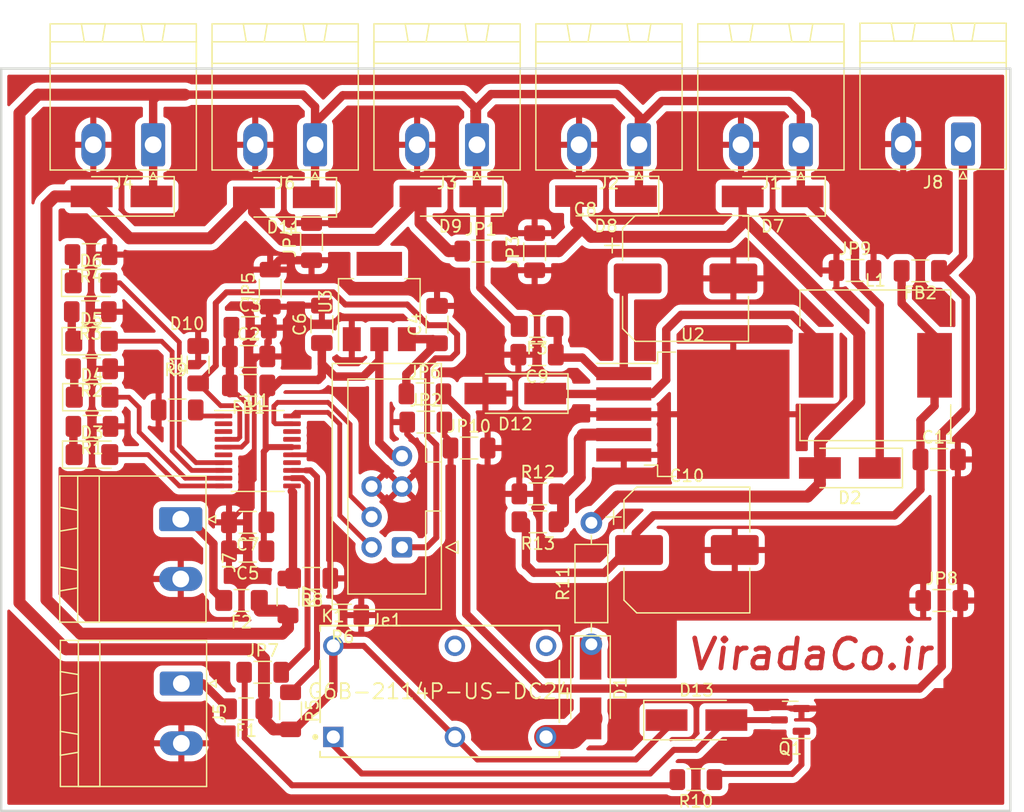
<source format=kicad_pcb>
(kicad_pcb (version 20211014) (generator pcbnew)
  (layers (0 "F.Cu" signal) (31 "B.Cu" signal) (34 "B.Paste" user) (35 "F.Paste" user) (36 "B.SilkS" user "B.Silkscreen") (37 "F.SilkS" user "F.Silkscreen") (38 "B.Mask" user) (39 "F.Mask" user) (44 "Edge.Cuts" user))
  (net 0 "")
  (net 1 "12VInput")
  (net 2 "Net-(D1-Pad2)")
  (net 5 "12VInputSample")
  (net 6 "BatterySample")
  (net 7 "25%FullLed")
  (net 8 "50%FullLed")
  (net 9 "75%FullLed")
  (net 10 "100%FullLed")
  (net 12 "GND")
  (net 15 "STM32NRST")
  (net 16 "+3.3VA")
  (net 17 "STM32SCOUT")
  (net 18 "+3V3")
  (net 19 "STM32SCIN")
  (net 20 "SWCLK")
  (net 21 "SWDIO")
  (net 22 "Net-(R9-Pad2)")
  (net 23 "12VBattery")
  (net 24 "Net-(D3-Pad1)")
  (net 25 "Net-(D4-Pad1)")
  (net 26 "Net-(D5-Pad1)")
  (net 27 "Net-(D6-Pad1)")
  (net 28 "12VInputUnfused")
  (net 29 "12VBatteryUnfused")
  (net 30 "+9V")
  (net 31 "Net-(C8-Pad1)")
  (net 32 "Net-(C10-Pad1)")
  (net 33 "Net-(D12-Pad1)")
  (net 34 "Net-(R12-Pad2)")
  (net 36 "Net-(D1-Pad1)")
  (net 37 "ChargerRelay")
  (net 38 "Net-(D13-Pad2)")
  (net 39 "Net-(R10-Pad1)")
  (footprint "Connector_Phoenix_MSTB:PhoenixContact_MSTBA_2,5_2-G_1x02_P5.00mm_Horizontal" (layer "F.Cu") (at 150.19219 51.8922 180)
    (fp_text reference "J2")
    (fp_text value "Cam1-12V")
  )
  (footprint "Connector_Phoenix_MSTB:PhoenixContact_MSTBA_2,5_2-G_1x02_P5.00mm_Horizontal" (layer "F.Cu") (at 111.9561 96.941 -90)
    (fp_text reference "J5")
    (fp_text value "12VAdaptorIn")
  )
  (footprint "LED_SMD:LED_1206_3216Metric_Pad1.42x1.75mm_HandSolder" (layer "F.Cu") (at 104.4845 77.8002)
    (fp_text reference "D3")
    (fp_text value "LED")
  )
  (footprint "Resistor_SMD:R_1206_3216Metric_Pad1.30x1.75mm_HandSolder" (layer "F.Cu") (at 168.25 62.403663)
    (fp_text reference "JP9")
    (fp_text value "Jumper_2_Bridged")
  )
  (footprint "Resistor_SMD:R_1206_3216Metric_Pad1.30x1.75mm_HandSolder" (layer "F.Cu") (at 136 77.25)
    (fp_text reference "JP10")
    (fp_text value "Jumper_2_Bridged")
  )
  (footprint "Resistor_SMD:R_1206_3216Metric_Pad1.30x1.75mm_HandSolder" (layer "F.Cu") (at 125.441707 91.221696 180)
    (fp_text reference "R6")
    (fp_text value "R_Small")
  )
  (footprint "Diode_SMD:D_SMA_Handsoldering" (layer "F.Cu") (at 146.1516 97.3582 -90)
    (fp_text reference "D1")
    (fp_text value "D_Small")
  )
  (footprint "Resistor_SMD:R_1206_3216Metric_Pad1.30x1.75mm_HandSolder" (layer "F.Cu") (at 119.38 63.881 90)
    (fp_text reference "JP5")
    (fp_text value "Jumper_2_Bridged")
  )
  (footprint "Capacitor_SMD:C_1206_3216Metric_Pad1.33x1.80mm_HandSolder" (layer "F.Cu") (at 117.5766 72.009 180)
    (fp_text reference "FB1")
    (fp_text value "FerriteBead_Small")
  )
  (footprint "Resistor_SMD:R_1206_3216Metric_Pad1.30x1.75mm_HandSolder" (layer "F.Cu") (at 132.3086 72.7202)
    (fp_text reference "JP6")
    (fp_text value "Jumper_2_Bridged")
  )
  (footprint "Connector_Phoenix_MSTB:PhoenixContact_MSTBA_2,5_2-G_1x02_P5.00mm_Horizontal" (layer "F.Cu") (at 177.2774 51.8343 180)
    (fp_text reference "J8")
    (fp_text value "Modem9V")
  )
  (footprint "Capacitor_SMD:C_1206_3216Metric_Pad1.33x1.80mm_HandSolder" (layer "F.Cu") (at 117.5 83.4644 180)
    (fp_text reference "C7")
    (fp_text value "C_Small")
  )
  (footprint "Resistor_SMD:R_1206_3216Metric_Pad1.30x1.75mm_HandSolder" (layer "F.Cu") (at 175.5 90)
    (fp_text reference "JP8")
    (fp_text value "Jumper_2_Bridged")
  )
  (footprint "Resistor_SMD:R_1206_3216Metric_Pad1.30x1.75mm_HandSolder" (layer "F.Cu") (at 122.8344 59.9948 90)
    (fp_text reference "JP4")
    (fp_text value "Jumper_2_Bridged")
  )
  (footprint "Resistor_SMD:R_1206_3216Metric_Pad1.30x1.75mm_HandSolder" (layer "F.Cu") (at 118.75 96)
    (fp_text reference "JP7")
    (fp_text value "Jumper_2_Bridged")
  )
  (footprint "Inductor_SMD:L_12x12mm_H6mm" (layer "F.Cu") (at 169.9501 70.3326)
    (fp_text reference "L1")
    (fp_text value "L_Small")
  )
  (footprint "Diode_SMD:D_SMA_Handsoldering" (layer "F.Cu") (at 155 100)
    (fp_text reference "D13")
    (fp_text value "D_Small")
  )
  (footprint "OtherFootPrints:Omron-G6B-2114P-US-DC24-MFG" (layer "F.Cu") (at 133.5476 97.5994)
    (fp_text reference "K1")
    (fp_text value "G6B-2114P-US-DC24")
  )
  (footprint "Capacitor_SMD:CP_Elec_10x10" (layer "F.Cu") (at 154.2034 85.7758)
    (fp_text reference "C10")
    (fp_text value "CP_Small")
  )
  (footprint "Connector_IDC:IDC-Header_2x05_P2.54mm_Vertical" (layer "F.Cu") (at 130.3941 85.5472 180)
    (fp_text reference "Je1")
    (fp_text value "SWD")
  )
  (footprint "Capacitor_SMD:CP_Elec_10x10" (layer "F.Cu") (at 154.0886 63.0682)
    (fp_text reference "C8")
    (fp_text value "CP_Small")
  )
  (footprint "Fuse:Fuse_1206_3216Metric_Pad1.42x1.75mm_HandSolder" (layer "F.Cu") (at 141.6812 67.0814 180)
    (fp_text reference "F3")
    (fp_text value "Fuse")
  )
  (footprint "Resistor_SMD:R_1206_3216Metric_Pad1.30x1.75mm_HandSolder" (layer "F.Cu") (at 104.4074 61.076115 180)
    (fp_text reference "R4")
    (fp_text value "R_Small")
  )
  (footprint "Resistor_SMD:R_1206_3216Metric_Pad1.30x1.75mm_HandSolder" (layer "F.Cu") (at 132.3848 75.0824)
    (fp_text reference "JP2")
    (fp_text value "Jumper_2_Bridged")
  )
  (footprint "Resistor_SMD:R_1206_3216Metric_Pad1.30x1.75mm_HandSolder" (layer "F.Cu") (at 121.0818 99.2251 -90)
    (fp_text reference "R5")
    (fp_text value "R_Small")
  )
  (footprint "Capacitor_SMD:C_1206_3216Metric_Pad1.33x1.80mm_HandSolder" (layer "F.Cu") (at 173.7106 62.4332 180)
    (fp_text reference "FB2")
    (fp_text value "Ferrite_Bead_Small")
  )
  (footprint "Resistor_THT:R_Axial_DIN0207_L6.3mm_D2.5mm_P10.16mm_Horizontal" (layer "F.Cu") (at 146.22 93.66 90)
    (fp_text reference "R11")
    (fp_text value "R")
  )
  (footprint "Connector_Phoenix_MSTB:PhoenixContact_MSTBA_2,5_2-G_1x02_P5.00mm_Horizontal" (layer "F.Cu") (at 109.59931 51.8922 180)
    (fp_text reference "J4")
    (fp_text value "Cam1-12V")
  )
  (footprint "Diode_SMD:D_SMA_Handsoldering" (layer "F.Cu") (at 161.3662 56.2102 180)
    (fp_text reference "D7")
    (fp_text value "D_Small")
  )
  (footprint "Package_SO:TSSOP-20_4.4x6.5mm_P0.65mm" (layer "F.Cu") (at 118.3386 77.4954)
    (fp_text reference "U1")
    (fp_text value "STM32F030F4Px")
  )
  (footprint "Resistor_SMD:R_1206_3216Metric_Pad1.30x1.75mm_HandSolder" (layer "F.Cu") (at 136.9822 60.7822)
    (fp_text reference "JP1")
    (fp_text value "Jumper_2_Bridged")
  )
  (footprint "Resistor_SMD:R_1206_3216Metric_Pad1.30x1.75mm_HandSolder" (layer "F.Cu") (at 122.85309 88.14947 180)
    (fp_text reference "R8")
    (fp_text value "R_Small")
  )
  (footprint "Capacitor_SMD:C_1206_3216Metric_Pad1.33x1.80mm_HandSolder" (layer "F.Cu") (at 113.3602 70.2818 90)
    (fp_text reference "C1")
    (fp_text value "C_Small")
  )
  (footprint "LED_SMD:LED_1206_3216Metric_Pad1.42x1.75mm_HandSolder" (layer "F.Cu") (at 104.4477 68.315115)
    (fp_text reference "D5")
    (fp_text value "LED")
  )
  (footprint "Resistor_SMD:R_1206_3216Metric_Pad1.30x1.75mm_HandSolder" (layer "F.Cu") (at 120.868042 89.705274 -90)
    (fp_text reference "R7")
    (fp_text value "R_Small")
  )
  (footprint "Connector_Phoenix_MSTB:PhoenixContact_MSTBA_2,5_2-G_1x02_P5.00mm_Horizontal" (layer "F.Cu") (at 111.9053 83.1996 -90)
    (fp_text reference "J7")
    (fp_text value "12VBatteryIn")
  )
  (footprint "Resistor_SMD:R_1206_3216Metric_Pad1.30x1.75mm_HandSolder" (layer "F.Cu") (at 104.4845 75.438 180)
    (fp_text reference "R1")
    (fp_text value "R_Small")
  )
  (footprint "Resistor_SMD:R_1206_3216Metric_Pad1.30x1.75mm_HandSolder" (layer "F.Cu") (at 141.75 83.4215 180)
    (fp_text reference "R13")
    (fp_text value "R_Small")
  )
  (footprint "Resistor_SMD:R_1206_3216Metric_Pad1.30x1.75mm_HandSolder" (layer "F.Cu") (at 141.75 81.0847)
    (fp_text reference "R12")
    (fp_text value "R_Small")
  )
  (footprint "Diode_SMD:D_SMA_Handsoldering" (layer "F.Cu") (at 134.4422 56.2102 180)
    (fp_text reference "D9")
    (fp_text value "D_Small")
  )
  (footprint "Resistor_SMD:R_1206_3216Metric_Pad1.30x1.75mm_HandSolder" (layer "F.Cu") (at 104.3461 65.851315 180)
    (fp_text reference "R3")
    (fp_text value "R_Small")
  )
  (footprint "Diode_SMD:D_SMA_Handsoldering" (layer "F.Cu") (at 167.8165 78.9178 180)
    (fp_text reference "D2")
    (fp_text value "D_Small")
  )
  (footprint "Resistor_SMD:R_1206_3216Metric_Pad1.30x1.75mm_HandSolder" (layer "F.Cu") (at 154.954785 104.975774 180)
    (fp_text reference "R10")
    (fp_text value "R_Small")
  )
  (footprint "Capacitor_SMD:C_1206_3216Metric_Pad1.33x1.80mm_HandSolder" (layer "F.Cu") (at 141.6812 69.4436 180)
    (fp_text reference "C9")
    (fp_text value "C_Small")
  )
  (footprint "Connector_Phoenix_MSTB:PhoenixContact_MSTBA_2,5_2-G_1x02_P5.00mm_Horizontal" (layer "F.Cu") (at 136.66123 51.8922 180)
    (fp_text reference "J3")
    (fp_text value "Cam1-12V")
  )
  (footprint "Package_TO_SOT_SMD:SOT-223-3_TabPin2" (layer "F.Cu") (at 128.4986 64.9986 90)
    (fp_text reference "U3")
    (fp_text value "AMS1117-3.3")
  )
  (footprint "Package_TO_SOT_SMD:SOT-23" (layer "F.Cu") (at 162.837819 99.980407 180)
    (fp_text reference "Q1")
    (fp_text value "Q_NPN_BEC")
  )
  (footprint "Fuse:Fuse_1206_3216Metric_Pad1.42x1.75mm_HandSolder" (layer "F.Cu") (at 116.981992 89.995367 180)
    (fp_text reference "F2")
    (fp_text value "Fuse_Small")
  )
  (footprint "Connector_Phoenix_MSTB:PhoenixContact_MSTBA_2,5_2-G_1x02_P5.00mm_Horizontal" (layer "F.Cu") (at 123.13027 51.8922 180)
    (fp_text reference "J6")
    (fp_text value "Cam1-12V")
  )
  (footprint "Resistor_SMD:R_1206_3216Metric_Pad1.30x1.75mm_HandSolder" (layer "F.Cu") (at 111.6076 74.0664)
    (fp_text reference "R9")
    (fp_text value "R_Small")
  )
  (footprint "Diode_SMD:D_SMA_Handsoldering" (layer "F.Cu") (at 147.447 56.1848 180)
    (fp_text reference "D8")
    (fp_text value "D_Small")
  )
  (footprint "Capacitor_SMD:C_1206_3216Metric_Pad1.33x1.80mm_HandSolder" (layer "F.Cu") (at 175.2841 78.2066)
    (fp_text reference "C11")
    (fp_text value "C_Small")
  )
  (footprint "Resistor_SMD:R_1206_3216Metric_Pad1.30x1.75mm_HandSolder" (layer "F.Cu") (at 141.478 60.833 90)
    (fp_text reference "JP3")
    (fp_text value "Jumper_2_Bridged")
  )
  (footprint "LED_SMD:LED_1206_3216Metric_Pad1.42x1.75mm_HandSolder" (layer "F.Cu") (at 104.4074 63.438315)
    (fp_text reference "D6")
    (fp_text value "LED")
  )
  (footprint "Diode_SMD:D_SMA_Handsoldering" (layer "F.Cu") (at 139.867 72.6948 180)
    (fp_text reference "D12")
    (fp_text value "D_Small")
  )
  (footprint "Fuse:Fuse_1206_3216Metric_Pad1.42x1.75mm_HandSolder" (layer "F.Cu") (at 117.3734 99.06 180)
    (fp_text reference "F1")
    (fp_text value "Fuse_Small")
  )
  (footprint "Diode_SMD:D_SMA_Handsoldering" (layer "F.Cu") (at 120.523 56.2864 180)
    (fp_text reference "D11")
    (fp_text value "D_Small")
  )
  (footprint "Capacitor_SMD:C_1206_3216Metric_Pad1.33x1.80mm_HandSolder" (layer "F.Cu") (at 117.5766 69.596)
    (fp_text reference "C2")
    (fp_text value "C_Small")
  )
  (footprint "Capacitor_SMD:C_1206_3216Metric_Pad1.33x1.80mm_HandSolder" (layer "F.Cu") (at 117.7036 67.183)
    (fp_text reference "C3")
    (fp_text value "C_Small")
  )
  (footprint "Connector_Phoenix_MSTB:PhoenixContact_MSTBA_2,5_2-G_1x02_P5.00mm_Horizontal" (layer "F.Cu") (at 163.72315 51.8922 180)
    (fp_text reference "J1")
    (fp_text value "Cam1-12V")
  )
  (footprint "Diode_SMD:D_SMA_Handsoldering" (layer "F.Cu") (at 106.9594 56.2102 180)
    (fp_text reference "D10")
    (fp_text value "D_Small")
  )
  (footprint "Capacitor_SMD:C_1206_3216Metric_Pad1.33x1.80mm_HandSolder" (layer "F.Cu") (at 133.3246 66.929 90)
    (fp_text reference "C4")
    (fp_text value "C_Small")
  )
  (footprint "Capacitor_SMD:C_1206_3216Metric_Pad1.33x1.80mm_HandSolder" (layer "F.Cu") (at 117.5 85.8774 180)
    (fp_text reference "C5")
    (fp_text value "C_Small")
  )
  (footprint "Package_TO_SOT_SMD:TO-263-5_TabPin3" (layer "F.Cu") (at 154.7021 74.4262)
    (fp_text reference "U2")
    (fp_text value "LM2596T-ADJ")
  )
  (footprint "Capacitor_SMD:C_1206_3216Metric_Pad1.33x1.80mm_HandSolder" (layer "F.Cu") (at 123.698 66.9036 90)
    (fp_text reference "C6")
    (fp_text value "C_Small")
  )
  (footprint "LED_SMD:LED_1206_3216Metric_Pad1.42x1.75mm_HandSolder" (layer "F.Cu") (at 104.4956 72.9996)
    (fp_text reference "D4")
    (fp_text value "LED")
  )
  (footprint "Resistor_SMD:R_1206_3216Metric_Pad1.30x1.75mm_HandSolder" (layer "F.Cu") (at 104.4594 70.626515 180)
    (fp_text reference "R2")
    (fp_text value "R_Small")
  )
  (gr_rect (start 181.229 45.5224) (end 96.901 107.5918) (layer "Edge.Cuts") (width 0.2) (fill none))
  (gr_text "ViradaCo.ir" (at 164.5 94.5) (layer "F.Cu") (effects (font (size 2.5 2.5) (thickness 0.4) italic)))
  (segment (start 118.8609 94.8609) (end 118.07802 94.07802) (width 1) (layer "F.Cu") (net 1))
  (segment (start 99.9744 47.7012) (end 112.2426 47.7012) (width 1) (layer "F.Cu") (net 1))
  (segment (start 102.32802 94.07802) (end 98.425 90.175) (width 1) (layer "F.Cu") (net 1))
  (segment (start 136.4488 51.67977) (end 136.4488 49.0474) (width 0.7) (layer "F.Cu") (net 1))
  (segment (start 98.425 90.175) (end 98.425 49.2506) (width 1) (layer "F.Cu") (net 1))
  (segment (start 118.8609 97.9297) (end 118.8609 94.8609) (width 1) (layer "F.Cu") (net 1))
  (segment (start 162.7124 48.2346) (end 152.1206 48.2346) (width 0.7) (layer "F.Cu") (net 1))
  (segment (start 118.8609 99.974344) (end 119.661656 100.7751) (width 1) (layer "F.Cu") (net 1))
  (segment (start 136.66123 51.8922) (end 136.4488 51.67977) (width 0.7) (layer "F.Cu") (net 1))
  (segment (start 168.25 63.25) (end 168.25 60.594) (width 0.7) (layer "F.Cu") (net 1))
  (segment (start 134.817599 101.4094) (end 127.197599 93.7894) (width 0.5) (layer "F.Cu") (net 1))
  (segment (start 98.425 49.2506) (end 99.9744 47.7012) (width 1) (layer "F.Cu") (net 1))
  (segment (start 140.1937 67.0814) (end 136.9422 63.8299) (width 0.7) (layer "F.Cu") (net 1))
  (segment (start 118.07802 94.07802) (end 102.32802 94.07802) (width 1) (layer "F.Cu") (net 1))
  (segment (start 121.436461 100.7751) (end 124.6576 97.553961) (width 0.7) (layer "F.Cu") (net 1))
  (segment (start 125.4506 47.752) (end 123.13027 50.07233) (width 0.7) (layer "F.Cu") (net 1))
  (segment (start 150.19219 49.48119) (end 148.3614 47.6504) (width 0.7) (layer "F.Cu") (net 1))
  (segment (start 137.8458 47.6504) (end 136.4488 49.0474) (width 0.7) (layer "F.Cu") (net 1))
  (segment (start 123.13027 50.07233) (end 123.13027 51.8922) (width 0.7) (layer "F.Cu") (net 1))
  (segment (start 124.6576 97.553961) (end 124.6576 93.7894) (width 0.7) (layer "F.Cu") (net 1))
  (segment (start 118.8609 99.06) (end 118.8609 99.974344) (width 1) (layer "F.Cu") (net 1))
  (segment (start 112.2426 47.7012) (end 122.1232 47.7012) (width 0.7) (layer "F.Cu") (net 1))
  (segment (start 152.5 100) (end 152.5 100.732152) (width 0.5) (layer "F.Cu") (net 1))
  (segment (start 119.661656 100.7751) (end 121.0818 100.7751) (width 1) (layer "F.Cu") (net 1))
  (segment (start 136.66123 51.8922) (end 136.66123 55.92923) (width 0.7) (layer "F.Cu") (net 1))
  (segment (start 150.19219 51.8922) (end 150.19219 55.93961) (width 0.7) (layer "F.Cu") (net 1))
  (segment (start 109.59931 51.8922) (end 109.59931 56.07029) (width 0.7) (layer "F.Cu") (net 1))
  (segment (start 121.0056 100.6989) (end 121.0818 100.7751) (width 0.7) (layer "F.Cu") (net 1))
  (segment (start 152.1206 48.2346) (end 150.19219 50.16301) (width 0.7) (layer "F.Cu") (net 1))
  (segment (start 127.197599 93.7894) (end 124.6576 93.7894) (width 0.5) (layer "F.Cu") (net 1))
  (segment (start 150.19219 51.8922) (end 150.19219 49.48119) (width 0.7) (layer "F.Cu") (net 1))
  (segment (start 135.4582 47.752) (end 125.4506 47.752) (width 0.7) (layer "F.Cu") (net 1))
  (segment (start 163.72315 51.8922) (end 163.72315 56.06715) (width 0.7) (layer "F.Cu") (net 1))
  (segment (start 149.941832 103.29032) (end 136.698519 103.29032) (width 0.5) (layer "F.Cu") (net 1))
  (segment (start 170.3165 78.9178) (end 170.3165 65.3165) (width 0.7) (layer "F.Cu") (net 1))
  (segment (start 136.66123 55.92923) (end 136.9422 56.2102) (width 0.7) (layer "F.Cu") (net 1))
  (segment (start 109.59931 48.18549) (end 110.0836 47.7012) (width 0.7) (layer "F.Cu") (net 1))
  (segment (start 163.72315 56.06715) (end 163.8662 56.2102) (width 0.7) (layer "F.Cu") (net 1))
  (segment (start 168.25 60.594) (end 163.8662 56.2102) (width 0.7) (layer "F.Cu") (net 1))
  (segment (start 121.0818 100.7751) (end 121.436461 100.7751) (width 0.7) (layer "F.Cu") (net 1))
  (segment (start 109.59931 51.8922) (end 109.59931 48.18549) (width 0.7) (layer "F.Cu") (net 1))
  (segment (start 170.3165 65.3165) (end 168.25 63.25) (width 0.7) (layer "F.Cu") (net 1))
  (segment (start 152.5 100.732152) (end 149.941832 103.29032) (width 0.5) (layer "F.Cu") (net 1))
  (segment (start 136.66123 51.8922) (end 136.66123 48.95503) (width 0.7) (layer "F.Cu") (net 1))
  (segment (start 109.59931 56.07029) (end 109.4594 56.2102) (width 0.7) (layer "F.Cu") (net 1))
  (segment (start 123.13027 56.17913) (end 123.023 56.2864) (width 0.7) (layer "F.Cu") (net 1))
  (segment (start 123.13027 51.8922) (end 123.13027 56.17913) (width 0.7) (layer "F.Cu") (net 1))
  (segment (start 136.9422 63.8299) (end 136.9422 56.2102) (width 0.7) (layer "F.Cu") (net 1))
  (segment (start 150.19219 50.16301) (end 150.19219 51.8922) (width 0.7) (layer "F.Cu") (net 1))
  (segment (start 136.66123 48.95503) (end 135.4582 47.752) (width 0.7) (layer "F.Cu") (net 1))
  (segment (start 122.1232 47.7012) (end 123.13027 48.70827) (width 0.7) (layer "F.Cu") (net 1))
  (segment (start 110.0836 47.7012) (end 112.2426 47.7012) (width 0.7) (layer "F.Cu") (net 1))
  (segment (start 123.13027 48.70827) (end 123.13027 51.8922) (width 0.7) (layer "F.Cu") (net 1))
  (segment (start 124.715328 97.904468) (end 124.715328 97.714792) (width 0.5) (layer "F.Cu") (net 1))
  (segment (start 148.3614 47.6504) (end 137.8458 47.6504) (width 0.7) (layer "F.Cu") (net 1))
  (segment (start 163.72315 51.8922) (end 163.72315 49.24535) (width 0.7) (layer "F.Cu") (net 1))
  (segment (start 136.698519 103.29032) (end 134.817599 101.4094) (width 0.5) (layer "F.Cu") (net 1))
  (segment (start 150.19219 55.93961) (end 149.947 56.1848) (width 0.7) (layer "F.Cu") (net 1))
  (segment (start 163.72315 49.24535) (end 162.7124 48.2346) (width 0.7) (layer "F.Cu") (net 1))
  (segment (start 142.437599 101.4094) (end 144.6004 101.4094) (width 2) (layer "F.Cu") (net 2))
  (segment (start 144.6004 101.4094) (end 146.1516 99.8582) (width 2) (layer "F.Cu") (net 2))
  (segment (start 122.7454 79.1204) (end 122.3704 79.1204) (width 0.5) (layer "F.Cu") (net 5))
  (segment (start 121.0818 97.6751) (end 123.291747 95.465153) (width 0.5) (layer "F.Cu") (net 5))
  (segment (start 122.3704 79.1204) (end 121.2011 79.1204) (width 0.4) (layer "F.Cu") (net 5))
  (segment (start 123.291747 95.465153) (end 123.291747 79.666747) (width 0.5) (layer "F.Cu") (net 5))
  (segment (start 123.291747 79.666747) (end 122.7454 79.1204) (width 0.5) (layer "F.Cu") (net 5))
  (segment (start 121.285 80.9498) (end 121.1834 80.8482) (width 0.7) (layer "F.Cu") (net 6))
  (segment (start 121.285 88.112) (end 121.285 80.9498) (width 0.7) (layer "F.Cu") (net 6))
  (segment (start 111.7854 77.075759) (end 111.7854 68.4022) (width 0.4) (layer "F.Cu") (net 7))
  (segment (start 111.7854 68.4022) (end 106.821515 63.438315) (width 0.4) (layer "F.Cu") (net 7))
  (segment (start 113.180041 78.4704) (end 111.7854 77.075759) (width 0.4) (layer "F.Cu") (net 7))
  (segment (start 106.821515 63.438315) (end 105.8949 63.438315) (width 0.4) (layer "F.Cu") (net 7))
  (segment (start 115.4761 78.4704) (end 113.180041 78.4704) (width 0.4) (layer "F.Cu") (net 7))
  (segment (start 110.301315 68.315115) (end 105.9352 68.315115) (width 0.4) (layer "F.Cu") (net 8))
  (segment (start 115.4761 79.1204) (end 112.8262 79.1204) (width 0.4) (layer "F.Cu") (net 8))
  (segment (start 111.18588 69.19968) (end 110.301315 68.315115) (width 0.4) (layer "F.Cu") (net 8))
  (segment (start 112.8262 79.1204) (end 111.18588 77.48008) (width 0.4) (layer "F.Cu") (net 8))
  (segment (start 111.18588 77.48008) (end 111.18588 69.19968) (width 0.4) (layer "F.Cu") (net 8))
  (segment (start 108.4326 75.9206) (end 108.4326 73.8632) (width 0.4) (layer "F.Cu") (net 9))
  (segment (start 112.2824 79.7704) (end 108.4326 75.9206) (width 0.4) (layer "F.Cu") (net 9))
  (segment (start 108.4326 73.8632) (end 107.569 72.9996) (width 0.4) (layer "F.Cu") (net 9))
  (segment (start 115.4761 79.7704) (end 112.2824 79.7704) (width 0.4) (layer "F.Cu") (net 9))
  (segment (start 107.569 72.9996) (end 105.9831 72.9996) (width 0.4) (layer "F.Cu") (net 9))
  (segment (start 111.7894 80.4204) (end 109.1692 77.8002) (width 0.4) (layer "F.Cu") (net 10))
  (segment (start 109.1692 77.8002) (end 105.972 77.8002) (width 0.4) (layer "F.Cu") (net 10))
  (segment (start 115.4761 80.4204) (end 111.7894 80.4204) (width 0.4) (layer "F.Cu") (net 10))
  (segment (start 117.25 80.6668) (end 118.04912 79.86768) (width 0.4) (layer "F.Cu") (net 12))
  (segment (start 117.25 82.1519) (end 117.25 80.6668) (width 0.4) (layer "F.Cu") (net 12))
  (segment (start 122.8344 61.5448) (end 120.1662 61.5448) (width 0.7) (layer "F.Cu") (net 12))
  (segment (start 122.5498 77.8204) (end 122.6566 77.9272) (width 0.4) (layer "F.Cu") (net 12))
  (segment (start 118.04912 69.96168) (end 118.4148 69.596) (width 0.4) (layer "F.Cu") (net 12))
  (segment (start 121.2011 77.8204) (end 122.5498 77.8204) (width 0.4) (layer "F.Cu") (net 12))
  (segment (start 130.8348 75.0824) (end 130.8348 76.0848) (width 0.5) (layer "F.Cu") (net 12))
  (segment (start 120.1662 61.5448) (end 119.38 62.331) (width 0.7) (layer "F.Cu") (net 12))
  (segment (start 133.9348 76.1848) (end 134.5 76.75) (width 0.5) (layer "F.Cu") (net 12))
  (segment (start 115.9375 83.4644) (end 117.25 82.1519) (width 0.4) (layer "F.Cu") (net 12))
  (segment (start 118.4148 69.596) (end 119.1391 69.596) (width 0.4) (layer "F.Cu") (net 12))
  (segment (start 163.4575 99) (end 163.4075 99.05) (width 0.5) (layer "F.Cu") (net 12))
  (segment (start 130.8348 76.0848) (end 131.5 76.75) (width 0.5) (layer "F.Cu") (net 12))
  (segment (start 118.04912 79.86768) (end 118.04912 69.96168) (width 0.4) (layer "F.Cu") (net 12))
  (segment (start 133.9348 75.0824) (end 133.9348 76.1848) (width 0.5) (layer "F.Cu") (net 12))
  (segment (start 132.5626 66.9798) (end 130.8328 65.25) (width 0.5) (layer "F.Cu") (net 15))
  (segment (start 116.672 76.5204) (end 116.84 76.3524) (width 0.4) (layer "F.Cu") (net 15))
  (segment (start 134.2298 66.9798) (end 132.5626 66.9798) (width 0.5) (layer "F.Cu") (net 15))
  (segment (start 124.63775 64.22908) (end 115.72992 64.22908) (width 0.5) (layer "F.Cu") (net 15))
  (segment (start 133.196792 69.75) (end 134.5 69.75) (width 0.5) (layer "F.Cu") (net 15))
  (segment (start 130.8328 65.25) (end 125.65867 65.25) (width 0.5) (layer "F.Cu") (net 15))
  (segment (start 130.3941 85.5472) (end 132.4528 85.5472) (width 0.5) (layer "F.Cu") (net 15))
  (segment (start 135 69.25) (end 135 67.75) (width 0.5) (layer "F.Cu") (net 15))
  (segment (start 115.2398 73.7108) (end 113.3733 71.8443) (width 0.4) (layer "F.Cu") (net 15))
  (segment (start 133.261535 84.738465) (end 133.261535 76.974043) (width 0.5) (layer "F.Cu") (net 15))
  (segment (start 132.5 70.446792) (end 133.196792 69.75) (width 0.5) (layer "F.Cu") (net 15))
  (segment (start 116.84 76.3524) (end 116.84 73.9902) (width 0.4) (layer "F.Cu") (net 15))
  (segment (start 114.8334 70.3711) (end 113.3602 71.8443) (width 0.5) (layer "F.Cu") (net 15))
  (segment (start 125.65867 65.25) (end 124.63775 64.22908) (width 0.5) (layer "F.Cu") (net 15))
  (segment (start 114.8334 65.1256) (end 114.8334 70.3711) (width 0.5) (layer "F.Cu") (net 15))
  (segment (start 115.72992 64.22908) (end 114.8334 65.1256) (width 0.5) (layer "F.Cu") (net 15))
  (segment (start 132.4528 85.5472) (end 133.261535 84.738465) (width 0.5) (layer "F.Cu") (net 15))
  (segment (start 133.261535 76.974043) (end 132.5 76.212508) (width 0.5) (layer "F.Cu") (net 15))
  (segment (start 115.4761 76.5204) (end 116.672 76.5204) (width 0.4) (layer "F.Cu") (net 15))
  (segment (start 113.3733 71.8443) (end 113.3602 71.8443) (width 0.4) (layer "F.Cu") (net 15))
  (segment (start 132.5 76.212508) (end 132.5 70.446792) (width 0.5) (layer "F.Cu") (net 15))
  (segment (start 134.5 69.75) (end 135 69.25) (width 0.5) (layer "F.Cu") (net 15))
  (segment (start 131.8768 66.2686) (end 131.7244 66.1162) (width 0.5) (layer "F.Cu") (net 15))
  (segment (start 116.84 73.9902) (end 116.5606 73.7108) (width 0.4) (layer "F.Cu") (net 15))
  (segment (start 135 67.75) (end 134.2298 66.9798) (width 0.5) (layer "F.Cu") (net 15))
  (segment (start 116.5606 73.7108) (end 115.2398 73.7108) (width 0.4) (layer "F.Cu") (net 15))
  (segment (start 116.6876 72.7964) (end 116.205 72.7964) (width 0.4) (layer "F.Cu") (net 16))
  (segment (start 115.4761 77.1704) (end 116.9872 77.1704) (width 0.4) (layer "F.Cu") (net 16))
  (segment (start 116.0141 67.9704) (end 116.0141 72.6694) (width 0.7) (layer "F.Cu") (net 16))
  (segment (start 117.4496 73.5584) (end 116.6876 72.7964) (width 0.4) (layer "F.Cu") (net 16))
  (segment (start 117.4496 76.708) (end 117.4496 73.5584) (width 0.4) (layer "F.Cu") (net 16))
  (segment (start 116.9872 77.1704) (end 117.4496 76.708) (width 0.4) (layer "F.Cu") (net 16))
  (segment (start 123.698 71.247) (end 123.3932 71.5518) (width 0.7) (layer "F.Cu") (net 18))
  (segment (start 127.1524 71.2724) (end 124.7648 71.2724) (width 0.7) (layer "F.Cu") (net 18))
  (segment (start 119.0625 85.8774) (end 118.8466 85.6615) (width 0.5) (layer "F.Cu") (net 18))
  (segment (start 118.8466 85.6615) (end 118.8466 77.5462) (width 0.5) (layer "F.Cu") (net 18))
  (segment (start 118.999 77.3938) (end 118.999 72.8095) (width 0.5) (layer "F.Cu") (net 18))
  (segment (start 118.8466 77.5462) (end 119.2224 77.1704) (width 0.5) (layer "F.Cu") (net 18))
  (segment (start 118.999 72.8095) (end 119.0121 72.7964) (width 0.5) (layer "F.Cu") (net 18))
  (segment (start 123.3932 71.5518) (end 120.2567 71.5518) (width 0.7) (layer "F.Cu") (net 18))
  (segment (start 130.3941 77.9272) (end 129.6416 77.9272) (width 0.7) (layer "F.Cu") (net 18))
  (segment (start 124.7648 71.2724) (end 123.698 70.2056) (width 0.7) (layer "F.Cu") (net 18))
  (segment (start 123.698 68.4661) (end 123.698 71.247) (width 0.7) (layer "F.Cu") (net 18))
  (segment (start 129.6416 77.9272) (end 128.4986 76.7842) (width 0.7) (layer "F.Cu") (net 18))
  (segment (start 128.4986 69.9262) (end 127.1524 71.2724) (width 0.7) (layer "F.Cu") (net 18))
  (segment (start 118.8466 77.5462) (end 118.999 77.3938) (width 0.5) (layer "F.Cu") (net 18))
  (segment (start 119.2224 77.1704) (end 121.2011 77.1704) (width 0.5) (layer "F.Cu") (net 18))
  (segment (start 128.4986 69.9262) (end 128.4986 68.1486) (width 0.7) (layer "F.Cu") (net 18))
  (segment (start 123.698 70.2056) (end 123.698 68.4661) (width 0.7) (layer "F.Cu") (net 18))
  (segment (start 120.2567 71.5518) (end 119.0121 72.7964) (width 0.7) (layer "F.Cu") (net 18))
  (segment (start 128.4986 76.7842) (end 128.4986 69.9262) (width 0.7) (layer "F.Cu") (net 18))
  (segment (start 125.1966 75.2602) (end 124.206 74.2696) (width 0.4) (layer "F.Cu") (net 20))
  (segment (start 124.206 74.2696) (end 121.5019 74.2696) (width 0.4) (layer "F.Cu") (net 20))
  (segment (start 125.1966 82.8897) (end 125.1966 75.2602) (width 0.4) (layer "F.Cu") (net 20))
  (segment (start 127.8541 85.5472) (end 125.1966 82.8897) (width 0.4) (layer "F.Cu") (net 20))
  (segment (start 121.5019 74.2696) (end 121.2011 74.5704) (width 0.4) (layer "F.Cu") (net 20))
  (segment (start 124.215649 73.4314) (end 126.057439 75.27319) (width 0.4) (layer "F.Cu") (net 21))
  (segment (start 120 73.4314) (end 124.215649 73.4314) (width 0.4) (layer "F.Cu") (net 21))
  (segment (start 119.8228 75.2204) (end 119.6848 75.0824) (width 0.4) (layer "F.Cu") (net 21))
  (segment (start 119.6848 73.7466) (end 120 73.4314) (width 0.4) (layer "F.Cu") (net 21))
  (segment (start 119.6848 75.0824) (end 119.6848 73.7466) (width 0.4) (layer "F.Cu") (net 21))
  (segment (start 126.057439 81.210539) (end 127.8541 83.0072) (width 0.4) (layer "F.Cu") (net 21))
  (segment (start 126.057439 75.27319) (end 126.057439 81.210539) (width 0.4) (layer "F.Cu") (net 21))
  (segment (start 121.2011 75.2204) (end 119.8228 75.2204) (width 0.4) (layer "F.Cu") (net 21))
  (segment (start 115.4761 74.5704) (end 113.6616 74.5704) (width 0.4) (layer "F.Cu") (net 22))
  (segment (start 113.6616 74.5704) (end 113.1576 74.0664) (width 0.4) (layer "F.Cu") (net 22))
  (segment (start 146.2024 59.5884) (end 157.6832 59.5884) (width 1) (layer "F.Cu") (net 23))
  (segment (start 144.947 58.333) (end 145.4404 58.8264) (width 1) (layer "F.Cu") (net 23))
  (segment (start 144.947 56.1848) (end 144.947 58.333) (width 1) (layer "F.Cu") (net 23))
  (segment (start 128.31 59.8424) (end 131.9422 56.2102) (width 1) (layer "F.Cu") (net 23))
  (segment (start 118.023 57.4694) (end 120.396 59.8424) (width 1) (layer "F.Cu") (net 23))
  (segment (start 165.3165 80.2761) (end 165.3165 78.9178) (width 1) (layer "F.Cu") (net 23))
  (segment (start 120.396 59.8424) (end 128.31 59.8424) (width 1) (layer "F.Cu") (net 23))
  (segment (start 138.5322 60.7822) (end 143.4846 60.7822) (width 1) (layer "F.Cu") (net 23))
  (segment (start 104.4594 56.2102) (end 104.4594 56.555) (width 1) (layer "F.Cu") (net 23))
  (segment (start 103.527474 92.777474) (end 120.375252 92.777474) (width 1) (layer "F.Cu") (net 23))
  (segment (start 118.49863 90.847319) (end 120.460087 90.847319) (width 1) (layer "F.Cu") (net 23))
  (segment (start 118.023 56.2864) (end 118.023 57.4694) (width 1) (layer "F.Cu") (net 23))
  (segment (start 104.4594 56.555) (end 107.6198 59.7154) (width 1) (layer "F.Cu") (net 23))
  (segment (start 120.868042 92.284684) (end 120.868042 91.255274) (width 1) (layer "F.Cu") (net 23))
  (segment (start 146.22 83.5) (end 148.4146 81.3054) (width 1) (layer "F.Cu") (net 23))
  (segment (start 107.6198 59.7154) (end 114.3508 59.7154) (width 1) (layer "F.Cu") (net 23))
  (segment (start 120.460087 90.847319) (end 120.868042 91.255274) (width 1) (layer "F.Cu") (net 23))
  (segment (start 145.4404 58.8264) (end 146.2024 59.5884) (width 1) (layer "F.Cu") (net 23))
  (segment (start 159.1183 58.1533) (end 158.8662 57.9012) (width 0.7) (layer "F.Cu") (net 23))
  (segment (start 104.4594 56.2102) (end 101.397497 56.2102) (width 1) (layer "F.Cu") (net 23))
  (segment (start 135.4322 60.7822) (end 134.2898 60.7822) (width 1) (layer "F.Cu") (net 23))
  (segment (start 143.4846 60.7822) (end 145.4404 58.8264) (width 1) (layer "F.Cu") (net 23))
  (segment (start 168.6052 67.6402) (end 159.1183 58.1533) (width 1) (layer "F.Cu") (net 23))
  (segment (start 168.6052 73.3948) (end 168.6052 67.6402) (width 1) (layer "F.Cu") (net 23))
  (segment (start 148.4146 81.3054) (end 164.2872 81.3054) (width 1) (layer "F.Cu") (net 23))
  (segment (start 165.3165 76.6835) (end 168.6052 73.3948) (width 1) (layer "F.Cu") (net 23))
  (segment (start 117.7798 56.2864) (end 118.023 56.2864) (width 1) (layer "F.Cu") (net 23))
  (segment (start 157.6832 59.5884) (end 159.1183 58.1533) (width 1) (layer "F.Cu") (net 23))
  (segment (start 114.3508 59.7154) (end 117.7798 56.2864) (width 1) (layer "F.Cu") (net 23))
  (segment (start 165.3165 77.8631) (end 165.3165 76.6835) (width 1) (layer "F.Cu") (net 23))
  (segment (start 164.2872 81.3054) (end 165.3165 80.2761) (width 1) (layer "F.Cu") (net 23))
  (segment (start 158.8662 57.9012) (end 158.8662 56.2102) (width 0.7) (layer "F.Cu") (net 23))
  (segment (start 101.397497 56.2102) (end 100.682895 56.924802) (width 1) (layer "F.Cu") (net 23))
  (segment (start 120.375252 92.777474) (end 120.868042 92.284684) (width 1) (layer "F.Cu") (net 23))
  (segment (start 100.682895 89.932895) (end 103.527474 92.777474) (width 1) (layer "F.Cu") (net 23))
  (segment (start 131.9422 58.4346) (end 131.9422 56.2102) (width 1) (layer "F.Cu") (net 23))
  (segment (start 165.3165 78.9178) (end 165.3165 77.8631) (width 0.7) (layer "F.Cu") (net 23))
  (segment (start 100.682895 56.924802) (end 100.682895 89.932895) (width 1) (layer "F.Cu") (net 23))
  (segment (start 134.2898 60.7822) (end 131.9422 58.4346) (width 1) (layer "F.Cu") (net 23))
  (segment (start 102.9345 77.7377) (end 102.997 77.8002) (width 0.7) (layer "F.Cu") (net 24))
  (segment (start 102.9345 75.438) (end 102.9345 77.7377) (width 0.7) (layer "F.Cu") (net 24))
  (segment (start 103.0081 70.725215) (end 102.9094 70.626515) (width 0.7) (layer "F.Cu") (net 25))
  (segment (start 103.0081 72.9996) (end 103.0081 70.725215) (width 0.7) (layer "F.Cu") (net 25))
  (segment (start 102.7961 65.851315) (end 102.7961 68.151015) (width 0.7) (layer "F.Cu") (net 26))
  (segment (start 102.7961 68.151015) (end 102.9602 68.315115) (width 0.7) (layer "F.Cu") (net 26))
  (segment (start 102.9199 63.438315) (end 102.9199 61.138615) (width 0.7) (layer "F.Cu") (net 27))
  (segment (start 102.9199 61.138615) (end 102.8574 61.076115) (width 0.7) (layer "F.Cu") (net 27))
  (segment (start 115.8859 99.06) (end 113.7669 96.941) (width 0.7) (layer "F.Cu") (net 28))
  (segment (start 113.7669 96.941) (end 111.9561 96.941) (width 0.7) (layer "F.Cu") (net 28))
  (segment (start 112.5874 83.1996) (end 114.637834 85.250034) (width 0.7) (layer "F.Cu") (net 29))
  (segment (start 111.9053 83.1996) (end 112.5874 83.1996) (width 0.7) (layer "F.Cu") (net 29))
  (segment (start 114.637834 89.138709) (end 115.494492 89.995367) (width 0.7) (layer "F.Cu") (net 29))
  (segment (start 114.637834 85.250034) (end 114.637834 89.138709) (width 0.7) (layer "F.Cu") (net 29))
  (segment (start 173.638738 97.361262) (end 142.000606 97.361262) (width 0.7) (layer "F.Cu") (net 30))
  (segment (start 177.5 64.6601) (end 177.5 74) (width 0.7) (layer "F.Cu") (net 30))
  (segment (start 175.2731 62.4332) (end 177.5 64.6601) (width 0.7) (layer "F.Cu") (net 30))
  (segment (start 175.5 76) (end 175.5 95.5) (width 0.7) (layer "F.Cu") (net 30))
  (segment (start 135.763 91.123656) (end 135.763 74.6246) (width 0.7) (layer "F.Cu") (net 30))
  (segment (start 130.7986 68.1486) (end 132.9817 68.1486) (width 0.7) (layer "F.Cu") (net 30))
  (segment (start 130.7586 71.0575) (end 130.7586 72.7202) (width 0.7) (layer "F.Cu") (net 30))
  (segment (start 142.000606 97.361262) (end 135.763 91.123656) (width 0.7) (layer "F.Cu") (net 30))
  (segment (start 133.3246 68.4915) (end 130.7586 71.0575) (width 0.7) (layer "F.Cu") (net 30))
  (segment (start 132.9817 68.1486) (end 133.3246 68.4915) (width 0.7) (layer "F.Cu") (net 30))
  (segment (start 175.2731 62.4332) (end 176.022 62.4332) (width 0.7) (layer "F.Cu") (net 30))
  (segment (start 135.763 74.6246) (end 133.8586 72.7202) (width 0.7) (layer "F.Cu") (net 30))
  (segment (start 175.5 95.5) (end 173.638738 97.361262) (width 0.7) (layer "F.Cu") (net 30))
  (segment (start 177.2774 61.1778) (end 177.2774 51.8343) (width 0.7) (layer "F.Cu") (net 30))
  (segment (start 177.5 74) (end 175.5 76) (width 0.7) (layer "F.Cu") (net 30))
  (segment (start 176.022 62.4332) (end 177.2774 61.1778) (width 0.7) (layer "F.Cu") (net 30))
  (segment (start 148.9271 64.2297) (end 148.9271 71.0262) (width 0.7) (layer "F.Cu") (net 31))
  (segment (start 143.4092 67.3354) (end 143.4092 69.6844) (width 0.7) (layer "F.Cu") (net 31))
  (segment (start 146.7944 71.0262) (end 145.456 69.6878) (width 0.7) (layer "F.Cu") (net 31))
  (segment (start 148.9271 71.0262) (end 146.7944 71.0262) (width 0.7) (layer "F.Cu") (net 31))
  (segment (start 150.0886 63.0682) (end 148.9271 64.2297) (width 0.7) (layer "F.Cu") (net 31))
  (segment (start 145.456 69.6878) (end 143.4126 69.6878) (width 0.7) (layer "F.Cu") (net 31))
  (segment (start 172.1481 65.1481) (end 172.1481 62.4332) (width 0.7) (layer "F.Cu") (net 32))
  (segment (start 174.9001 73.7405) (end 173.7216 74.919) (width 0.7) (layer "F.Cu") (net 32))
  (segment (start 173.7216 78.2066) (end 173.7216 80.7102) (width 0.7) (layer "F.Cu") (net 32))
  (segment (start 174.9001 67.9001) (end 172.1481 65.1481) (width 0.7) (layer "F.Cu") (net 32))
  (segment (start 149.9362 84.3534) (end 149.9362 85.5086) (width 0.7) (layer "F.Cu") (net 32))
  (segment (start 173.7216 74.919) (end 173.7216 78.2066) (width 0.7) (layer "F.Cu") (net 32))
  (segment (start 149.9362 85.5086) (end 150.2034 85.7758) (width 0.7) (layer "F.Cu") (net 32))
  (segment (start 140.75 87) (end 141.4308 87.6808) (width 0.7) (layer "F.Cu") (net 32))
  (segment (start 174.9001 70.3326) (end 174.9001 73.7405) (width 0.7) (layer "F.Cu") (net 32))
  (segment (start 148.8051 86.1949) (end 148.8051 85.6742) (width 0.7) (layer "F.Cu") (net 32))
  (segment (start 174.9001 70.3326) (end 174.9001 67.9001) (width 0.7) (layer "F.Cu") (net 32))
  (segment (start 141.4308 87.6808) (end 147.3192 87.6808) (width 0.7) (layer "F.Cu") (net 32))
  (segment (start 171.5516 82.8802) (end 151.4094 82.8802) (width 0.7) (layer "F.Cu") (net 32))
  (segment (start 173.7216 80.7102) (end 171.5516 82.8802) (width 0.7) (layer "F.Cu") (net 32))
  (segment (start 147.3192 87.6808) (end 148.8051 86.1949) (width 0.7) (layer "F.Cu") (net 32))
  (segment (start 140.75 83.4215) (end 140.75 87.0785) (width 0.7) (layer "F.Cu") (net 32))
  (segment (start 151.4094 82.8802) (end 149.9362 84.3534) (width 0.7) (layer "F.Cu") (net 32))
  (segment (start 153.7208 66.1162) (end 152.4762 67.3608) (width 0.7) (layer "F.Cu") (net 33))
  (segment (start 143.349 72.7262) (end 142.7734 72.1506) (width 0.7) (layer "F.Cu") (net 33))
  (segment (start 152.4762 71.5518) (end 151.3018 72.7262) (width 0.7) (layer "F.Cu") (net 33))
  (segment (start 152.4762 67.3608) (end 152.4762 71.5518) (width 0.7) (layer "F.Cu") (net 33))
  (segment (start 148.9271 72.7262) (end 143.349 72.7262) (width 0.7) (layer "F.Cu") (net 33))
  (segment (start 151.3018 72.7262) (end 148.9271 72.7262) (width 0.7) (layer "F.Cu") (net 33))
  (segment (start 165.0001 70.3326) (end 165.0001 68.1245) (width 0.7) (layer "F.Cu") (net 33))
  (segment (start 165.0001 68.1245) (end 162.9918 66.1162) (width 0.7) (layer "F.Cu") (net 33))
  (segment (start 162.9918 66.1162) (end 153.7208 66.1162) (width 0.7) (layer "F.Cu") (net 33))
  (segment (start 145.25 76.5) (end 145.25 79.7101) (width 1) (layer "F.Cu") (net 34))
  (segment (start 148.9271 76.1262) (end 145.4888 76.1262) (width 1) (layer "F.Cu") (net 34))
  (segment (start 145.25 79.7101) (end 143.85 81.1101) (width 1) (layer "F.Cu") (net 34))
  (segment (start 143.85 81.1101) (end 143.85 83.4215) (width 1) (layer "F.Cu") (net 34))
  (segment (start 145.5 76.25) (end 145.25 76.5) (width 1) (layer "F.Cu") (net 34))
  (segment (start 146.1516 94.8582) (end 145.9846 94.8582) (width 0.7) (layer "F.Cu") (net 36))
  (segment (start 121.201061 105.44952) (end 117.25 101.498459) (width 0.5) (layer "F.Cu") (net 37))
  (segment (start 153.404785 104.975774) (end 152.931039 105.44952) (width 0.5) (layer "F.Cu") (net 37))
  (segment (start 122.5 80.204662) (end 122.5 94) (width 0.5) (layer "F.Cu") (net 37))
  (segment (start 121.2011 79.7704) (end 122.065738 79.7704) (width 0.5) (layer "F.Cu") (net 37))
  (segment (start 152.931039 105.44952) (end 121.201061 105.44952) (width 0.5) (layer "F.Cu") (net 37))
  (segment (start 117.25 101.498459) (end 117.25 96.25) (width 0.5) (layer "F.Cu") (net 37))
  (segment (start 122.065738 79.7704) (end 122.5 80.204662) (width 0.5) (layer "F.Cu") (net 37))
  (segment (start 122.5 94) (end 120.25 96.25) (width 0.5) (layer "F.Cu") (net 37))
  (segment (start 124.6576 102.098511) (end 124.6576 101.4094) (width 0.5) (layer "F.Cu") (net 38))
  (segment (start 157.5 100) (end 155.01106 102.48894) (width 0.5) (layer "F.Cu") (net 38))
  (segment (start 127.024894 104.465805) (end 124.6576 102.098511) (width 0.5) (layer "F.Cu") (net 38))
  (segment (start 151.13002 104.465805) (end 127.024894 104.465805) (width 0.5) (layer "F.Cu") (net 38))
  (segment (start 153.106885 102.48894) (end 151.13002 104.465805) (width 0.5) (layer "F.Cu") (net 38))
  (segment (start 161.5325 100) (end 157.5 100) (width 0.5) (layer "F.Cu") (net 38))
  (segment (start 155.01106 102.48894) (end 153.106885 102.48894) (width 0.5) (layer "F.Cu") (net 38))
  (segment (start 156.504785 104.975774) (end 156.978327 104.502232) (width 0.5) (layer "F.Cu") (net 39))
  (segment (start 163.775319 103.724681) (end 163.775319 100.930407) (width 0.5) (layer "F.Cu") (net 39))
  (segment (start 162.997768 104.502232) (end 163.775319 103.724681) (width 0.5) (layer "F.Cu") (net 39))
  (segment (start 156.978327 104.502232) (end 162.997768 104.502232) (width 0.5) (layer "F.Cu") (net 39))
  (zone (net 12) (net_name "GND") (layer "F.Cu") (connect_pads (clearance 0.508)) (min_thickness 0.254) (fill yes (thermal_gap 0.508) (thermal_bridge_width 0.508))
    (polygon (pts (xy 181.0258 107.5878) (xy 97.028 107.5878) (xy 97.028 45.5162) (xy 181.0258 45.5162)))
  )
)
</source>
